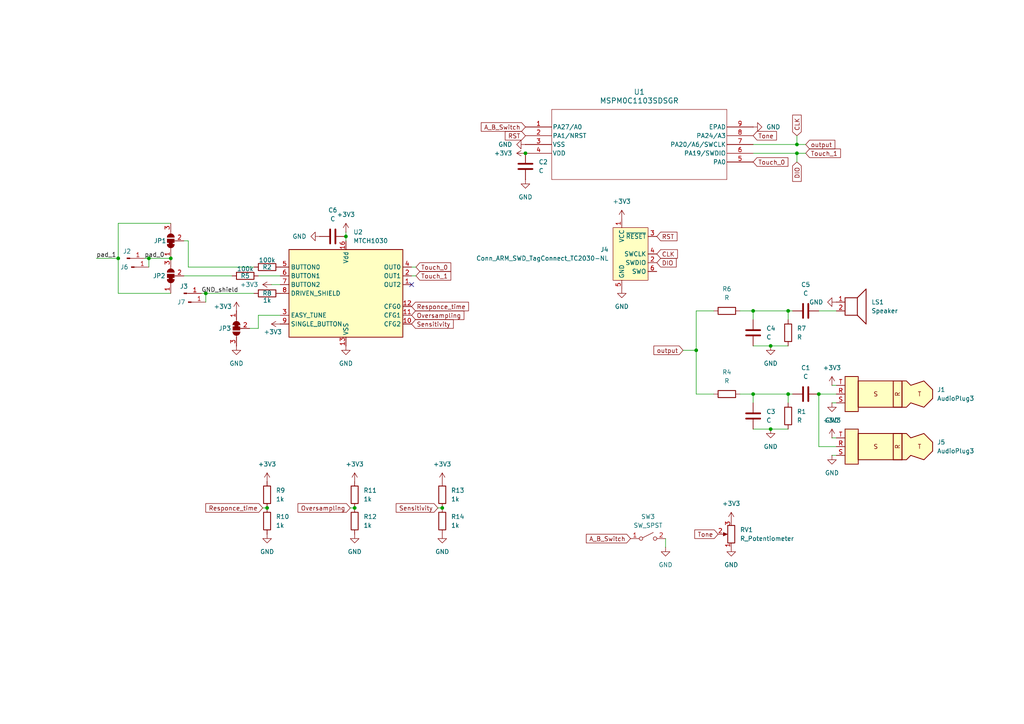
<source format=kicad_sch>
(kicad_sch (version 20250114) (generator "eeschema") (generator_version "9.0")
  (paper "A4")
  (lib_symbols
    (symbol "Connector:Conn_01x01_Pin" (pin_names (offset 1.016) (hide yes))
      (property "Reference" "J" (at 0 2.54 0))
      (property "Value" "Conn_01x01_Pin" (at 0 -2.54 0))
      (symbol "Conn_01x01_Pin_1_1"
        (rectangle (start 0.8636 0.127) (end 0 -0.127) (stroke (width 0.1524)) (fill (type outline)))
        (polyline (pts (xy 1.27 0) (xy 0.8636 0)) (stroke (width 0.1524)))
        (pin passive line (at 5.08 0 180) (length 3.81) (name "Pin_1") (number "1"))
      )
    )
    (symbol "Connector:Conn_ARM_SWD_TagConnect_TC2030-NL" (in_bom no)
      (property "Reference" "J" (at 2.54 11.43 0))
      (property "Value" "Conn_ARM_SWD_TagConnect_TC2030-NL" (at 2.54 8.89 0))
      (symbol "Conn_ARM_SWD_TagConnect_TC2030-NL_0_0"
        (pin power_in line (at -2.54 10.16 270) (length 2.54) (name "VCC") (number "1"))
        (pin power_in line (at -2.54 -10.16 90) (length 2.54) (name "GND") (number "5"))
        (pin open_collector line (at 7.62 5.08 180) (length 2.54) (name "~{RESET}") (number "3"))
        (pin output line (at 7.62 0 180) (length 2.54) (name "SWCLK") (number "4"))
        (pin bidirectional line (at 7.62 -2.54 180) (length 2.54) (name "SWDIO") (number "2"))
        (pin input line (at 7.62 -5.08 180) (length 2.54) (name "SWO") (number "6"))
      )
      (symbol "Conn_ARM_SWD_TagConnect_TC2030-NL_0_1"
        (rectangle (start -5.08 7.62) (end 5.08 -7.62) (fill (type background)))
      )
    )
    (symbol "Connector_Audio:AudioPlug3"
      (property "Reference" "J" (at 1.27 6.35 0))
      (property "Value" "AudioPlug3" (at 1.27 -6.35 0))
      (symbol "AudioPlug3_0_0"
        (text "R" (at -2.54 0 900) (effects (font (size 1.27 1.27))))
      )
      (symbol "AudioPlug3_0_1"
        (rectangle (start -3.81 3.81) (end -1.27 -3.81) (stroke (width 0.254)))
        (rectangle (start -1.27 -1.27) (end -1.27 -1.27))
      )
      (symbol "AudioPlug3_1_0"
        (text "T" (at -8.89 0 0) (effects (font (size 1.27 1.27))))
        (text "S" (at 3.81 0 0) (effects (font (size 1.27 1.27))))
      )
      (symbol "AudioPlug3_1_1"
        (rectangle (start -3.81 3.81) (end 8.89 -3.81) (stroke (width 0.254)) (fill (type background)))
        (polyline (pts (xy -3.81 3.81) (xy -5.08 3.81) (xy -6.35 2.54) (xy -10.16 3.81) (xy -12.7 1.27) (xy -12.7 -1.27) (xy -10.16 -3.81) (xy -6.35 -2.54) (xy -5.08 -3.81) (xy -3.81 -3.81) (xy -3.81 3.81)) (stroke (width 0.254)) (fill (type background)))
        (rectangle (start 12.7 5.08) (end 8.89 -5.08) (stroke (width 0.254)) (fill (type background)))
        (pin passive line (at 15.24 2.54 180) (length 2.54) (name "~") (number "S"))
        (pin passive line (at 15.24 0 180) (length 2.54) (name "~") (number "R"))
        (pin passive line (at 15.24 -2.54 180) (length 2.54) (name "~") (number "T"))
      )
    )
    (symbol "Device:C" (pin_numbers (hide yes)) (pin_names (offset 0.254))
      (property "Reference" "C" (at 0.635 2.54 0))
      (property "Value" "C" (at 0.635 -2.54 0))
      (symbol "C_0_1"
        (polyline (pts (xy -2.032 0.762) (xy 2.032 0.762)) (stroke (width 0.508)))
        (polyline (pts (xy -2.032 -0.762) (xy 2.032 -0.762)) (stroke (width 0.508)))
      )
      (symbol "C_1_1"
        (pin passive line (at 0 3.81 270) (length 2.794) (name "~") (number "1"))
        (pin passive line (at 0 -3.81 90) (length 2.794) (name "~") (number "2"))
      )
    )
    (symbol "Device:R" (pin_numbers (hide yes)) (pin_names (offset 0))
      (property "Reference" "R" (at 2.032 0 90))
      (property "Value" "R" (at 0 0 90))
      (symbol "R_0_1"
        (rectangle (start -1.016 -2.54) (end 1.016 2.54) (stroke (width 0.254)))
      )
      (symbol "R_1_1"
        (pin passive line (at 0 3.81 270) (length 1.27) (name "~") (number "1"))
        (pin passive line (at 0 -3.81 90) (length 1.27) (name "~") (number "2"))
      )
    )
    (symbol "Device:R_Potentiometer" (pin_names (offset 1.016) (hide yes))
      (property "Reference" "RV" (at -4.445 0 90))
      (property "Value" "R_Potentiometer" (at -2.54 0 90))
      (symbol "R_Potentiometer_0_1"
        (rectangle (start 1.016 2.54) (end -1.016 -2.54) (stroke (width 0.254)))
        (polyline (pts (xy 1.143 0) (xy 2.286 0.508) (xy 2.286 -0.508) (xy 1.143 0)) (fill (type outline)))
        (polyline (pts (xy 2.54 0) (xy 1.524 0)))
      )
      (symbol "R_Potentiometer_1_1"
        (pin passive line (at 0 3.81 270) (length 1.27) (name "1") (number "1"))
        (pin passive line (at 0 -3.81 90) (length 1.27) (name "3") (number "3"))
        (pin passive line (at 3.81 0 180) (length 1.27) (name "2") (number "2"))
      )
    )
    (symbol "Device:Speaker" (pin_names (offset 0) (hide yes))
      (property "Reference" "LS" (at 1.27 5.715 0))
      (property "Value" "Speaker" (at 1.27 3.81 0))
      (symbol "Speaker_0_0"
        (rectangle (start -2.54 1.27) (end 1.016 -3.81) (stroke (width 0.254)))
        (polyline (pts (xy 1.016 1.27) (xy 3.556 3.81) (xy 3.556 -6.35) (xy 1.016 -3.81)) (stroke (width 0.254)))
      )
      (symbol "Speaker_1_1"
        (pin input line (at -5.08 0 0) (length 2.54) (name "1") (number "1"))
        (pin input line (at -5.08 -2.54 0) (length 2.54) (name "2") (number "2"))
      )
    )
    (symbol "Jumper:SolderJumper_3_Bridged12" (pin_names (offset 0) (hide yes)) (in_bom no)
      (property "Reference" "JP" (at -2.54 -2.54 0))
      (property "Value" "SolderJumper_3_Bridged12" (at 0 2.794 0))
      (symbol "SolderJumper_3_Bridged12_0_1"
        (polyline (pts (xy -2.54 0) (xy -2.032 0)))
        (polyline (pts (xy -1.016 1.016) (xy -1.016 -1.016)))
        (rectangle (start -1.016 0.508) (end -0.508 -0.508) (fill (type outline)))
        (arc (start -1.016 -1.016) (mid -2.0276 0) (end -1.016 1.016))
        (arc (start -1.016 -1.016) (mid -2.0276 0) (end -1.016 1.016) (fill (type outline)))
        (rectangle (start -0.508 1.016) (end 0.508 -1.016) (fill (type outline)))
        (polyline (pts (xy 0 -1.27) (xy 0 -1.016)))
        (arc (start 1.016 1.016) (mid 2.0276 0) (end 1.016 -1.016))
        (arc (start 1.016 1.016) (mid 2.0276 0) (end 1.016 -1.016) (fill (type outline)))
        (polyline (pts (xy 1.016 1.016) (xy 1.016 -1.016)))
        (polyline (pts (xy 2.54 0) (xy 2.032 0)))
      )
      (symbol "SolderJumper_3_Bridged12_1_1"
        (pin passive line (at -5.08 0 0) (length 2.54) (name "A") (number "1"))
        (pin passive line (at 0 -3.81 90) (length 2.54) (name "C") (number "2"))
        (pin passive line (at 5.08 0 180) (length 2.54) (name "B") (number "3"))
      )
    )
    (symbol "Library:MSPM0C1103SDSGR" (pin_names (offset 0.254))
      (property "Reference" "U" (at 33.02 10.16 0))
      (property "Value" "MSPM0C1103SDSGR" (at 33.02 7.62 0))
      (symbol "MSPM0C1103SDSGR_0_1"
        (polyline (pts (xy 7.62 5.08) (xy 7.62 -15.24)) (stroke (width 0.127)))
        (polyline (pts (xy 7.62 -15.24) (xy 58.42 -15.24)) (stroke (width 0.127)))
        (polyline (pts (xy 58.42 5.08) (xy 7.62 5.08)) (stroke (width 0.127)))
        (polyline (pts (xy 58.42 -15.24) (xy 58.42 5.08)) (stroke (width 0.127)))
        (pin bidirectional line (at 0 0 0) (length 7.62) (name "PA27/A0") (number "1"))
        (pin bidirectional line (at 0 -2.54 0) (length 7.62) (name "PA1/NRST") (number "2"))
        (pin power_in line (at 0 -5.08 0) (length 7.62) (name "VSS") (number "3"))
        (pin power_in line (at 0 -7.62 0) (length 7.62) (name "VDD") (number "4"))
        (pin power_out line (at 66.04 0 180) (length 7.62) (name "EPAD") (number "9"))
        (pin bidirectional line (at 66.04 -2.54 180) (length 7.62) (name "PA24/A3") (number "8"))
        (pin bidirectional line (at 66.04 -5.08 180) (length 7.62) (name "PA20/A6/SWCLK") (number "7"))
        (pin bidirectional line (at 66.04 -7.62 180) (length 7.62) (name "PA19/SWDIO") (number "6"))
        (pin bidirectional line (at 66.04 -10.16 180) (length 7.62) (name "PA0") (number "5"))
      )
    )
    (symbol "Library:MTCH1030"
      (property "Reference" "U" (at 0 0 0))
      (property "Value" "MTCH1030" (at 0 0 0))
      (symbol "MTCH1030_0_1"
        (rectangle (start -16.51 12.7) (end 16.51 -12.7) (stroke (width 0.254)) (fill (type background)))
      )
      (symbol "MTCH1030_1_1"
        (pin input line (at -19.05 7.62 0) (length 2.54) (name "BUTTON0") (number "5"))
        (pin input line (at -19.05 5.08 0) (length 2.54) (name "BUTTON1") (number "6"))
        (pin input line (at -19.05 2.54 0) (length 2.54) (name "BUTTON2") (number "7"))
        (pin output line (at -19.05 0 0) (length 2.54) (name "DRIVEN_SHIELD") (number "8"))
        (pin input line (at -19.05 -6.35 0) (length 2.54) (name "EASY_TUNE") (number "3"))
        (pin input line (at -19.05 -8.89 0) (length 2.54) (name "SINGLE_BUTTON") (number "9"))
        (pin power_in line (at 0 15.24 270) (length 2.54) (name "Vdd") (number "16"))
        (pin power_in line (at 0 -15.24 90) (length 2.54) (name "VSS") (number "13"))
        (pin output line (at 19.05 7.62 180) (length 2.54) (name "OUT0") (number "4"))
        (pin output line (at 19.05 5.08 180) (length 2.54) (name "OUT1") (number "2"))
        (pin output line (at 19.05 2.54 180) (length 2.54) (name "OUT2") (number "1"))
        (pin input line (at 19.05 -3.81 180) (length 2.54) (name "CFG0") (number "12"))
        (pin input line (at 19.05 -6.35 180) (length 2.54) (name "CFG1") (number "11"))
        (pin input line (at 19.05 -8.89 180) (length 2.54) (name "CFG2") (number "10"))
      )
    )
    (symbol "Switch:SW_SPST" (pin_names (offset 0) (hide yes))
      (property "Reference" "SW" (at 0 3.175 0))
      (property "Value" "SW_SPST" (at 0 -2.54 0))
      (symbol "SW_SPST_0_0"
        (circle (center -2.032 0) (radius 0.508))
        (polyline (pts (xy -1.524 0.254) (xy 1.524 1.778)))
        (circle (center 2.032 0) (radius 0.508))
      )
      (symbol "SW_SPST_1_1"
        (pin passive line (at -5.08 0 0) (length 2.54) (name "A") (number "1"))
        (pin passive line (at 5.08 0 180) (length 2.54) (name "B") (number "2"))
      )
    )
    (symbol "power:+3V3" (power) (pin_numbers (hide yes)) (pin_names (offset 0) (hide yes))
      (property "Value" "+3V3" (at 0 3.556 0))
      (symbol "+3V3_0_1"
        (polyline (pts (xy -0.762 1.27) (xy 0 2.54)))
        (polyline (pts (xy 0 2.54) (xy 0.762 1.27)))
        (polyline (pts (xy 0 0) (xy 0 2.54)))
      )
      (symbol "+3V3_1_1"
        (pin power_in line (at 0 0 90) (length 0) (name "~") (number "1"))
      )
    )
    (symbol "power:GND" (power) (pin_numbers (hide yes)) (pin_names (offset 0) (hide yes))
      (property "Value" "GND" (at 0 -3.81 0))
      (symbol "GND_0_1"
        (polyline (pts (xy 0 0) (xy 0 -1.27) (xy 1.27 -1.27) (xy 0 -2.54) (xy -1.27 -1.27) (xy 0 -1.27)))
      )
      (symbol "GND_1_1"
        (pin power_in line (at 0 0 270) (length 0) (name "~") (number "1"))
      )
    )
  )
  (junction (at 223.52 124.46))
  (junction (at 49.53 74.93))
  (junction (at 237.49 114.3))
  (junction (at 77.47 147.32))
  (junction (at 231.14 44.45))
  (junction (at 100.33 68.58))
  (junction (at 59.69 85.09))
  (junction (at 201.93 101.6))
  (junction (at 228.6 114.3))
  (junction (at 34.29 74.93))
  (junction (at 102.87 147.32))
  (junction (at 218.44 114.3))
  (junction (at 152.4 44.45))
  (junction (at 128.27 147.32))
  (junction (at 218.44 90.17))
  (junction (at 231.14 41.91))
  (junction (at 43.18 74.93))
  (junction (at 228.6 90.17))
  (junction (at 223.52 100.33))
  (no_connect (at 119.38 82.55))
  (wire (pts (xy 242.57 129.54) (xy 237.49 129.54)))
  (wire (pts (xy 201.93 90.17) (xy 201.93 101.6)))
  (wire (pts (xy 74.93 91.44) (xy 81.28 91.44)))
  (wire (pts (xy 228.6 116.84) (xy 228.6 114.3)))
  (wire (pts (xy 198.12 101.6) (xy 201.93 101.6)))
  (wire (pts (xy 218.44 44.45) (xy 231.14 44.45)))
  (wire (pts (xy 53.34 80.01) (xy 67.31 80.01)))
  (wire (pts (xy 100.33 67.31) (xy 100.33 68.58)))
  (wire (pts (xy 229.87 114.3) (xy 228.6 114.3)))
  (wire (pts (xy 49.53 64.77) (xy 34.29 64.77)))
  (wire (pts (xy 231.14 41.91) (xy 233.68 41.91)))
  (wire (pts (xy 53.34 69.85) (xy 54.61 69.85)))
  (wire (pts (xy 231.14 39.37) (xy 231.14 41.91)))
  (wire (pts (xy 231.14 44.45) (xy 231.14 46.99)))
  (wire (pts (xy 193.04 156.21) (xy 193.04 158.75)))
  (wire (pts (xy 218.44 90.17) (xy 228.6 90.17)))
  (wire (pts (xy 59.69 85.09) (xy 59.69 87.63)))
  (wire (pts (xy 120.65 77.47) (xy 119.38 77.47)))
  (wire (pts (xy 201.93 90.17) (xy 207.01 90.17)))
  (wire (pts (xy 100.33 68.58) (xy 100.33 69.85)))
  (wire (pts (xy 201.93 101.6) (xy 201.93 114.3)))
  (wire (pts (xy 241.3 127) (xy 242.57 127)))
  (wire (pts (xy 43.18 77.47) (xy 43.18 74.93)))
  (wire (pts (xy 41.91 74.93) (xy 43.18 74.93)))
  (wire (pts (xy 201.93 114.3) (xy 207.01 114.3)))
  (wire (pts (xy 228.6 92.71) (xy 228.6 90.17)))
  (wire (pts (xy 72.39 95.25) (xy 74.93 95.25)))
  (wire (pts (xy 241.3 111.76) (xy 242.57 111.76)))
  (wire (pts (xy 237.49 129.54) (xy 237.49 114.3)))
  (wire (pts (xy 120.65 80.01) (xy 119.38 80.01)))
  (wire (pts (xy 231.14 44.45) (xy 233.68 44.45)))
  (wire (pts (xy 223.52 100.33) (xy 228.6 100.33)))
  (wire (pts (xy 228.6 90.17) (xy 229.87 90.17)))
  (wire (pts (xy 218.44 124.46) (xy 223.52 124.46)))
  (wire (pts (xy 237.49 90.17) (xy 242.57 90.17)))
  (wire (pts (xy 54.61 69.85) (xy 54.61 77.47)))
  (wire (pts (xy 34.29 64.77) (xy 34.29 74.93)))
  (wire (pts (xy 76.2 147.32) (xy 77.47 147.32)))
  (wire (pts (xy 59.69 85.09) (xy 73.66 85.09)))
  (wire (pts (xy 241.3 116.84) (xy 242.57 116.84)))
  (wire (pts (xy 242.57 114.3) (xy 237.49 114.3)))
  (wire (pts (xy 27.94 74.93) (xy 34.29 74.93)))
  (wire (pts (xy 223.52 124.46) (xy 228.6 124.46)))
  (wire (pts (xy 43.18 74.93) (xy 49.53 74.93)))
  (wire (pts (xy 74.93 80.01) (xy 81.28 80.01)))
  (wire (pts (xy 218.44 114.3) (xy 228.6 114.3)))
  (wire (pts (xy 218.44 90.17) (xy 218.44 92.71)))
  (wire (pts (xy 49.53 85.09) (xy 34.29 85.09)))
  (wire (pts (xy 214.63 90.17) (xy 218.44 90.17)))
  (wire (pts (xy 127 147.32) (xy 128.27 147.32)))
  (wire (pts (xy 34.29 74.93) (xy 34.29 85.09)))
  (wire (pts (xy 241.3 132.08) (xy 242.57 132.08)))
  (wire (pts (xy 74.93 95.25) (xy 74.93 91.44)))
  (wire (pts (xy 218.44 114.3) (xy 218.44 116.84)))
  (wire (pts (xy 214.63 114.3) (xy 218.44 114.3)))
  (wire (pts (xy 218.44 100.33) (xy 223.52 100.33)))
  (wire (pts (xy 218.44 41.91) (xy 231.14 41.91)))
  (wire (pts (xy 78.74 82.55) (xy 81.28 82.55)))
  (wire (pts (xy 54.61 77.47) (xy 73.66 77.47)))
  (wire (pts (xy 58.42 85.09) (xy 59.69 85.09)))
  (wire (pts (xy 101.6 147.32) (xy 102.87 147.32)))
  (label "GND_shield" (at 58.42 85.09 0))
  (label "pad_1" (at 27.94 74.93 0))
  (label "pad_0" (at 41.91 74.93 0))
  (global_label "output" (shape input) (at 233.68 41.91 0) (property "Intersheetrefs" "${INTERSHEET_REFS}" (effects (hide yes))))
  (global_label "RST" (shape input) (at 152.4 39.37 180) (property "Intersheetrefs" "${INTERSHEET_REFS}" (effects (hide yes))))
  (global_label "DIO" (shape input) (at 190.5 76.2 0) (property "Intersheetrefs" "${INTERSHEET_REFS}" (effects (hide yes))))
  (global_label "Responce_time" (shape input) (at 76.2 147.32 180) (property "Intersheetrefs" "${INTERSHEET_REFS}" (effects (hide yes))))
  (global_label "Responce_time" (shape input) (at 119.38 88.9 0) (property "Intersheetrefs" "${INTERSHEET_REFS}" (effects (hide yes))))
  (global_label "A_B_Switch" (shape input) (at 152.4 36.83 180) (property "Intersheetrefs" "${INTERSHEET_REFS}" (effects (hide yes))))
  (global_label "Sensitivity" (shape input) (at 119.38 93.98 0) (property "Intersheetrefs" "${INTERSHEET_REFS}" (effects (hide yes))))
  (global_label "output" (shape input) (at 198.12 101.6 180) (property "Intersheetrefs" "${INTERSHEET_REFS}" (effects (hide yes))))
  (global_label "Sensitivity" (shape input) (at 127 147.32 180) (property "Intersheetrefs" "${INTERSHEET_REFS}" (effects (hide yes))))
  (global_label "CLK" (shape input) (at 190.5 73.66 0) (property "Intersheetrefs" "${INTERSHEET_REFS}" (effects (hide yes))))
  (global_label "Oversampling" (shape input) (at 119.38 91.44 0) (property "Intersheetrefs" "${INTERSHEET_REFS}" (effects (hide yes))))
  (global_label "RST" (shape input) (at 190.5 68.58 0) (property "Intersheetrefs" "${INTERSHEET_REFS}" (effects (hide yes))))
  (global_label "A_B_Switch" (shape input) (at 182.88 156.21 180) (property "Intersheetrefs" "${INTERSHEET_REFS}" (effects (hide yes))))
  (global_label "Touch_1" (shape input) (at 233.68 44.45 0) (property "Intersheetrefs" "${INTERSHEET_REFS}" (effects (hide yes))))
  (global_label "Touch_0" (shape input) (at 218.44 46.99 0) (property "Intersheetrefs" "${INTERSHEET_REFS}" (effects (hide yes))))
  (global_label "DIO" (shape input) (at 231.14 46.99 270) (property "Intersheetrefs" "${INTERSHEET_REFS}" (effects (hide yes))))
  (global_label "Touch_0" (shape input) (at 120.65 77.47 0) (property "Intersheetrefs" "${INTERSHEET_REFS}" (effects (hide yes))))
  (global_label "Tone" (shape input) (at 208.28 154.94 180) (property "Intersheetrefs" "${INTERSHEET_REFS}" (effects (hide yes))))
  (global_label "Oversampling" (shape input) (at 101.6 147.32 180) (property "Intersheetrefs" "${INTERSHEET_REFS}" (effects (hide yes))))
  (global_label "CLK" (shape input) (at 231.14 39.37 90) (property "Intersheetrefs" "${INTERSHEET_REFS}" (effects (hide yes))))
  (global_label "Touch_1" (shape input) (at 120.65 80.01 0) (property "Intersheetrefs" "${INTERSHEET_REFS}" (effects (hide yes))))
  (global_label "Tone" (shape input) (at 218.44 39.37 0) (property "Intersheetrefs" "${INTERSHEET_REFS}" (effects (hide yes))))
  (symbol (lib_id "Device:C") (at 96.52 68.58 90) (unit 1)
    (property "Reference" "C6" (at 96.52 60.96 90))
    (property "Value" "C" (at 96.52 63.5 90))
    (property "Footprint" "footprints:C_0402_1005Metric_Density_C" (effects (hide yes)))
    (property "Description" "Unpolarized capacitor" (effects (hide yes)))
  )
  (symbol (lib_id "power:+3V3") (at 102.87 139.7 0) (unit 1)
    (property "Reference" "#PWR024" (effects (hide yes)))
    (property "Value" "+3V3" (at 102.87 134.62 0))
    (property "Description" "Power symbol creates a global label with name \"+3V3\"" (effects (hide yes)))
  )
  (symbol (lib_id "Device:C") (at 218.44 96.52 0) (unit 1)
    (property "Reference" "C4" (at 222.25 95.2499 0) (effects (justify left)))
    (property "Value" "C" (at 222.25 97.7899 0) (effects (justify left)))
    (property "Footprint" "footprints:C_0402_1005Metric_Density_C" (effects (hide yes)))
    (property "Description" "Unpolarized capacitor" (effects (hide yes)))
  )
  (symbol (lib_id "Connector_Audio:AudioPlug3") (at 257.81 129.54 180) (unit 1)
    (property "Reference" "J5" (at 271.78 128.2699 0) (effects (justify right)))
    (property "Value" "AudioPlug3" (at 271.78 130.8099 0) (effects (justify right)))
    (property "Footprint" "footprints:3.5 mm plug 4 pin" (effects (hide yes)))
    (property "Description" "Audio Jack, 3 Poles (Stereo / TRS)" (effects (hide yes)))
  )
  (symbol (lib_id "power:+3V3") (at 180.34 63.5 0) (unit 1)
    (property "Reference" "#PWR027" (effects (hide yes)))
    (property "Value" "+3V3" (at 180.34 58.42 0))
    (property "Description" "Power symbol creates a global label with name \"+3V3\"" (effects (hide yes)))
  )
  (symbol (lib_id "power:GND") (at 152.4 41.91 270) (unit 1)
    (property "Reference" "#PWR04" (effects (hide yes)))
    (property "Value" "GND" (at 148.59 41.9099 90) (effects (justify right)))
    (property "Description" "Power symbol creates a global label with name \"GND\" , ground" (effects (hide yes)))
  )
  (symbol (lib_id "Device:C") (at 218.44 120.65 0) (unit 1)
    (property "Reference" "C3" (at 222.25 119.3799 0) (effects (justify left)))
    (property "Value" "C" (at 222.25 121.9199 0) (effects (justify left)))
    (property "Footprint" "footprints:C_0402_1005Metric_Density_C" (effects (hide yes)))
    (property "Description" "Unpolarized capacitor" (effects (hide yes)))
  )
  (symbol (lib_id "power:+3V3") (at 152.4 44.45 90) (unit 1)
    (property "Reference" "#PWR03" (effects (hide yes)))
    (property "Value" "+3V3" (at 148.59 44.4499 90) (effects (justify left)))
    (property "Description" "Power symbol creates a global label with name \"+3V3\"" (effects (hide yes)))
  )
  (symbol (lib_id "power:+3V3") (at 100.33 67.31 0) (unit 1)
    (property "Reference" "#PWR013" (effects (hide yes)))
    (property "Value" "+3V3" (at 100.33 62.23 0))
    (property "Description" "Power symbol creates a global label with name \"+3V3\"" (effects (hide yes)))
  )
  (symbol (lib_id "Device:R") (at 77.47 151.13 180) (unit 1)
    (property "Reference" "R10" (at 80.01 149.8599 0) (effects (justify right)))
    (property "Value" "1k" (at 80.01 152.3999 0) (effects (justify right)))
    (property "Footprint" "footprints:R_0402_1005Metric_Density_C" (effects (hide yes)))
    (property "Description" "Resistor" (effects (hide yes)))
  )
  (symbol (lib_id "Library:MSPM0C1103SDSGR") (at 152.4 36.83 0) (unit 1)
    (property "Reference" "U1" (at 185.42 26.67 0) (effects (font (size 1.524 1.524))))
    (property "Value" "MSPM0C1103SDSGR" (at 185.42 29.21 0) (effects (font (size 1.524 1.524))))
    (property "Footprint" "footprints:DSG0008A_TEX" (effects (hide yes)))
    (property "Datasheet" "https://www.ti.com/lit/gpn/mspm0c1103" (effects (hide yes)))
  )
  (symbol (lib_id "power:GND") (at 223.52 124.46 0) (unit 1)
    (property "Reference" "#PWR07" (effects (hide yes)))
    (property "Value" "GND" (at 223.52 129.54 0))
    (property "Description" "Power symbol creates a global label with name \"GND\" , ground" (effects (hide yes)))
  )
  (symbol (lib_id "Device:R") (at 77.47 77.47 90) (unit 1)
    (property "Reference" "R2" (at 77.47 77.47 90))
    (property "Value" "100k" (at 77.47 75.438 90))
    (property "Footprint" "footprints:R_0402_1005Metric_Density_C" (effects (hide yes)))
    (property "Description" "Resistor" (effects (hide yes)))
  )
  (symbol (lib_id "Connector:Conn_01x01_Pin") (at 53.34 85.09 0) (unit 1)
    (property "Reference" "J3" (at 53.34 83.058 0))
    (property "Value" "Conn_01x01_Pin" (effects (hide yes)))
    (property "Footprint" "footprints:Header_spacer" (effects (hide yes)))
    (property "Description" "Generic connector, single row, 01x01, script generated" (effects (hide yes)))
  )
  (symbol (lib_id "Connector:Conn_ARM_SWD_TagConnect_TC2030-NL") (at 182.88 73.66 0) (unit 1) (in_bom no)
    (property "Reference" "J4" (at 176.53 72.3899 0) (effects (justify right)))
    (property "Value" "Conn_ARM_SWD_TagConnect_TC2030-NL" (at 176.53 74.9299 0) (effects (justify right)))
    (property "Footprint" "Connector:Tag-Connect_TC2030-IDC-NL_2x03_P1.27mm_Vertical" (effects (hide yes)))
    (property "Datasheet" "https://www.tag-connect.com/wp-content/uploads/bsk-pdf-manager/TC2030-CTX_1.pdf" (effects (hide yes)))
    (property "Description" "Tag-Connect ARM Cortex SWD JTAG connector, 6 pin, no legs" (effects (hide yes)))
  )
  (symbol (lib_id "power:+3V3") (at 81.28 93.98 90) (unit 1)
    (property "Reference" "#PWR014" (effects (hide yes)))
    (property "Value" "+3V3" (at 81.788 96.266 90) (effects (justify left)))
    (property "Description" "Power symbol creates a global label with name \"+3V3\"" (effects (hide yes)))
  )
  (symbol (lib_id "power:GND") (at 241.3 132.08 0) (unit 1)
    (property "Reference" "#PWR029" (effects (hide yes)))
    (property "Value" "GND" (at 241.3 137.16 0))
    (property "Description" "Power symbol creates a global label with name \"GND\" , ground" (effects (hide yes)))
  )
  (symbol (lib_id "Library:MTCH1030") (at 100.33 85.09 0) (unit 1)
    (property "Reference" "U2" (at 102.4733 67.31 0) (effects (justify left)))
    (property "Value" "MTCH1030" (at 102.4733 69.85 0) (effects (justify left)))
    (property "Footprint" "Package_DFN_QFN:VQFN-16-1EP_3x3mm_P0.5mm_EP1.1x1.1mm" (effects (hide yes)))
    (property "Datasheet" "https://ww1.microchip.com/downloads/aemDocuments/documents/MCU08/ProductDocuments/DataSheets/MTCH1030-DataSheet-DS40002457.pdf" (effects (hide yes)))
  )
  (symbol (lib_id "Device:R") (at 102.87 151.13 180) (unit 1)
    (property "Reference" "R12" (at 105.41 149.8599 0) (effects (justify right)))
    (property "Value" "1k" (at 105.41 152.3999 0) (effects (justify right)))
    (property "Footprint" "footprints:R_0402_1005Metric_Density_C" (effects (hide yes)))
    (property "Description" "Resistor" (effects (hide yes)))
  )
  (symbol (lib_id "Device:C") (at 152.4 48.26 0) (unit 1)
    (property "Reference" "C2" (at 156.21 46.9899 0) (effects (justify left)))
    (property "Value" "C" (at 156.21 49.5299 0) (effects (justify left)))
    (property "Footprint" "footprints:C_0402_1005Metric_Density_C" (effects (hide yes)))
    (property "Description" "Unpolarized capacitor" (effects (hide yes)))
  )
  (symbol (lib_id "Connector_Audio:AudioPlug3") (at 257.81 114.3 180) (unit 1)
    (property "Reference" "J1" (at 271.78 113.0299 0) (effects (justify right)))
    (property "Value" "AudioPlug3" (at 271.78 115.5699 0) (effects (justify right)))
    (property "Footprint" "footprints:3.5 mm plug 4 pin" (effects (hide yes)))
    (property "Description" "Audio Jack, 3 Poles (Stereo / TRS)" (effects (hide yes)))
  )
  (symbol (lib_id "power:+3V3") (at 78.74 82.55 90) (unit 1)
    (property "Reference" "#PWR016" (effects (hide yes)))
    (property "Value" "+3V3" (at 74.93 82.5499 90) (effects (justify left)))
    (property "Description" "Power symbol creates a global label with name \"+3V3\"" (effects (hide yes)))
  )
  (symbol (lib_id "power:GND") (at 100.33 100.33 0) (unit 1)
    (property "Reference" "#PWR019" (effects (hide yes)))
    (property "Value" "GND" (at 100.33 105.41 0))
    (property "Description" "Power symbol creates a global label with name \"GND\" , ground" (effects (hide yes)))
  )
  (symbol (lib_id "Jumper:SolderJumper_3_Bridged12") (at 49.53 69.85 90) (unit 1) (in_bom no)
    (property "Reference" "JP1" (at 48.26 69.85 90) (effects (justify left)))
    (property "Value" "SolderJumper_3_Bridged12" (effects (hide yes)))
    (property "Footprint" "Jumper:SolderJumper-3_P1.3mm_Bridged12_RoundedPad1.0x1.5mm" (effects (hide yes)))
    (property "Description" "3-pole Solder Jumper, pins 1+2 closed/bridged" (effects (hide yes)))
  )
  (symbol (lib_id "power:+3V3") (at 212.09 151.13 0) (unit 1)
    (property "Reference" "#PWR011" (effects (hide yes)))
    (property "Value" "+3V3" (at 212.09 146.05 0))
    (property "Description" "Power symbol creates a global label with name \"+3V3\"" (effects (hide yes)))
  )
  (symbol (lib_id "power:GND") (at 241.3 116.84 0) (unit 1)
    (property "Reference" "#PWR02" (effects (hide yes)))
    (property "Value" "GND" (at 241.3 121.92 0))
    (property "Description" "Power symbol creates a global label with name \"GND\" , ground" (effects (hide yes)))
  )
  (symbol (lib_id "power:GND") (at 128.27 154.94 0) (unit 1)
    (property "Reference" "#PWR022" (effects (hide yes)))
    (property "Value" "GND" (at 128.27 160.02 0))
    (property "Description" "Power symbol creates a global label with name \"GND\" , ground" (effects (hide yes)))
  )
  (symbol (lib_id "Device:R") (at 210.82 90.17 90) (unit 1)
    (property "Reference" "R6" (at 210.82 83.82 90))
    (property "Value" "R" (at 210.82 86.36 90))
    (property "Footprint" "footprints:R_0402_1005Metric_Density_C" (effects (hide yes)))
    (property "Description" "Resistor" (effects (hide yes)))
  )
  (symbol (lib_id "power:GND") (at 152.4 52.07 0) (unit 1)
    (property "Reference" "#PWR05" (effects (hide yes)))
    (property "Value" "GND" (at 152.4 57.15 0))
    (property "Description" "Power symbol creates a global label with name \"GND\" , ground" (effects (hide yes)))
  )
  (symbol (lib_id "power:GND") (at 180.34 83.82 0) (unit 1)
    (property "Reference" "#PWR026" (effects (hide yes)))
    (property "Value" "GND" (at 180.34 88.9 0))
    (property "Description" "Power symbol creates a global label with name \"GND\" , ground" (effects (hide yes)))
  )
  (symbol (lib_id "Jumper:SolderJumper_3_Bridged12") (at 49.53 80.01 90) (unit 1) (in_bom no)
    (property "Reference" "JP2" (at 48.006 80.01 90) (effects (justify left)))
    (property "Value" "SolderJumper_3_Bridged12" (effects (hide yes)))
    (property "Footprint" "Jumper:SolderJumper-3_P1.3mm_Bridged12_RoundedPad1.0x1.5mm" (effects (hide yes)))
    (property "Description" "3-pole Solder Jumper, pins 1+2 closed/bridged" (effects (hide yes)))
  )
  (symbol (lib_id "Device:C") (at 233.68 114.3 270) (unit 1)
    (property "Reference" "C1" (at 233.68 106.68 90))
    (property "Value" "C" (at 233.68 109.22 90))
    (property "Footprint" "footprints:C_0402_1005Metric_Density_C" (effects (hide yes)))
    (property "Description" "Unpolarized capacitor" (effects (hide yes)))
  )
  (symbol (lib_id "power:GND") (at 68.58 100.33 0) (unit 1)
    (property "Reference" "#PWR018" (effects (hide yes)))
    (property "Value" "GND" (at 68.58 105.41 0))
    (property "Description" "Power symbol creates a global label with name \"GND\" , ground" (effects (hide yes)))
  )
  (symbol (lib_id "Device:R_Potentiometer") (at 212.09 154.94 180) (unit 1)
    (property "Reference" "RV1" (at 214.63 153.6699 0) (effects (justify right)))
    (property "Value" "R_Potentiometer" (at 214.63 156.2099 0) (effects (justify right)))
    (property "Footprint" "footprints:Thumb Pot" (effects (hide yes)))
    (property "Description" "Potentiometer" (effects (hide yes)))
  )
  (symbol (lib_id "power:GND") (at 102.87 154.94 0) (unit 1)
    (property "Reference" "#PWR021" (effects (hide yes)))
    (property "Value" "GND" (at 102.87 160.02 0))
    (property "Description" "Power symbol creates a global label with name \"GND\" , ground" (effects (hide yes)))
  )
  (symbol (lib_id "Device:C") (at 233.68 90.17 270) (unit 1)
    (property "Reference" "C5" (at 233.68 82.55 90))
    (property "Value" "C" (at 233.68 85.09 90))
    (property "Footprint" "footprints:C_0402_1005Metric_Density_C" (effects (hide yes)))
    (property "Description" "Unpolarized capacitor" (effects (hide yes)))
  )
  (symbol (lib_id "power:GND") (at 223.52 100.33 0) (unit 1)
    (property "Reference" "#PWR09" (effects (hide yes)))
    (property "Value" "GND" (at 223.52 105.41 0))
    (property "Description" "Power symbol creates a global label with name \"GND\" , ground" (effects (hide yes)))
  )
  (symbol (lib_id "power:+3V3") (at 241.3 111.76 0) (unit 1)
    (property "Reference" "#PWR01" (effects (hide yes)))
    (property "Value" "+3V3" (at 241.3 106.68 0))
    (property "Description" "Power symbol creates a global label with name \"+3V3\"" (effects (hide yes)))
  )
  (symbol (lib_id "Connector:Conn_01x01_Pin") (at 38.1 77.47 0) (unit 1)
    (property "Reference" "J6" (at 36.068 77.47 0))
    (property "Value" "Conn_01x01_Pin" (effects (hide yes)))
    (property "Footprint" "footprints:Header_spacer" (effects (hide yes)))
    (property "Description" "Generic connector, single row, 01x01, script generated" (effects (hide yes)))
  )
  (symbol (lib_id "power:GND") (at 193.04 158.75 0) (unit 1)
    (property "Reference" "#PWR012" (effects (hide yes)))
    (property "Value" "GND" (at 193.04 163.83 0))
    (property "Description" "Power symbol creates a global label with name \"GND\" , ground" (effects (hide yes)))
  )
  (symbol (lib_id "power:GND") (at 242.57 87.63 270) (unit 1)
    (property "Reference" "#PWR08" (effects (hide yes)))
    (property "Value" "GND" (at 238.76 87.6299 90) (effects (justify right)))
    (property "Description" "Power symbol creates a global label with name \"GND\" , ground" (effects (hide yes)))
  )
  (symbol (lib_id "Connector:Conn_01x01_Pin") (at 54.61 87.63 0) (unit 1)
    (property "Reference" "J7" (at 52.578 87.63 0))
    (property "Value" "Conn_01x01_Pin" (effects (hide yes)))
    (property "Footprint" "footprints:Header_spacer" (effects (hide yes)))
    (property "Description" "Generic connector, single row, 01x01, script generated" (effects (hide yes)))
  )
  (symbol (lib_id "power:GND") (at 77.47 154.94 0) (unit 1)
    (property "Reference" "#PWR020" (effects (hide yes)))
    (property "Value" "GND" (at 77.47 160.02 0))
    (property "Description" "Power symbol creates a global label with name \"GND\" , ground" (effects (hide yes)))
  )
  (symbol (lib_id "power:+3V3") (at 128.27 139.7 0) (unit 1)
    (property "Reference" "#PWR025" (effects (hide yes)))
    (property "Value" "+3V3" (at 128.27 134.62 0))
    (property "Description" "Power symbol creates a global label with name \"+3V3\"" (effects (hide yes)))
  )
  (symbol (lib_id "Device:R") (at 128.27 151.13 180) (unit 1)
    (property "Reference" "R14" (at 130.81 149.8599 0) (effects (justify right)))
    (property "Value" "1k" (at 130.81 152.3999 0) (effects (justify right)))
    (property "Footprint" "footprints:R_0402_1005Metric_Density_C" (effects (hide yes)))
    (property "Description" "Resistor" (effects (hide yes)))
  )
  (symbol (lib_id "Device:R") (at 71.12 80.01 90) (unit 1)
    (property "Reference" "R5" (at 71.12 80.01 90))
    (property "Value" "100k" (at 71.12 77.978 90))
    (property "Footprint" "footprints:R_0402_1005Metric_Density_C" (effects (hide yes)))
    (property "Description" "Resistor" (effects (hide yes)))
  )
  (symbol (lib_id "Device:R") (at 228.6 120.65 0) (unit 1)
    (property "Reference" "R1" (at 231.14 119.3799 0) (effects (justify left)))
    (property "Value" "R" (at 231.14 121.9199 0) (effects (justify left)))
    (property "Footprint" "footprints:R_0402_1005Metric_Density_C" (effects (hide yes)))
    (property "Description" "Resistor" (effects (hide yes)))
  )
  (symbol (lib_id "power:GND") (at 218.44 36.83 90) (unit 1)
    (property "Reference" "#PWR06" (effects (hide yes)))
    (property "Value" "GND" (at 222.25 36.8299 90) (effects (justify right)))
    (property "Description" "Power symbol creates a global label with name \"GND\" , ground" (effects (hide yes)))
  )
  (symbol (lib_id "Device:Speaker") (at 247.65 87.63 0) (unit 1)
    (property "Reference" "LS1" (at 252.73 87.6299 0) (effects (justify left)))
    (property "Value" "Speaker" (at 252.73 90.1699 0) (effects (justify left)))
    (property "Footprint" "footprints:OWR-061220LA-32" (effects (hide yes)))
    (property "Description" "Speaker" (effects (hide yes)))
  )
  (symbol (lib_id "Connector:Conn_01x01_Pin") (at 36.83 74.93 0) (unit 1)
    (property "Reference" "J2" (at 36.83 72.898 0))
    (property "Value" "Conn_01x01_Pin" (effects (hide yes)))
    (property "Footprint" "footprints:Header_spacer" (effects (hide yes)))
    (property "Description" "Generic connector, single row, 01x01, script generated" (effects (hide yes)))
  )
  (symbol (lib_id "power:GND") (at 92.71 68.58 270) (unit 1)
    (property "Reference" "#PWR015" (effects (hide yes)))
    (property "Value" "GND" (at 88.9 68.5799 90) (effects (justify right)))
    (property "Description" "Power symbol creates a global label with name \"GND\" , ground" (effects (hide yes)))
  )
  (symbol (lib_id "Jumper:SolderJumper_3_Bridged12") (at 68.58 95.25 90) (mirror x) (unit 1) (in_bom no)
    (property "Reference" "JP3" (at 67.056 95.25 90) (effects (justify left)))
    (property "Value" "SolderJumper_3_Bridged12" (effects (hide yes)))
    (property "Footprint" "Jumper:SolderJumper-3_P1.3mm_Bridged12_RoundedPad1.0x1.5mm" (effects (hide yes)))
    (property "Description" "3-pole Solder Jumper, pins 1+2 closed/bridged" (effects (hide yes)))
  )
  (symbol (lib_id "power:+3V3") (at 241.3 127 0) (unit 1)
    (property "Reference" "#PWR028" (effects (hide yes)))
    (property "Value" "+3V3" (at 241.3 121.92 0))
    (property "Description" "Power symbol creates a global label with name \"+3V3\"" (effects (hide yes)))
  )
  (symbol (lib_id "Device:R") (at 210.82 114.3 90) (unit 1)
    (property "Reference" "R4" (at 210.82 107.95 90))
    (property "Value" "R" (at 210.82 110.49 90))
    (property "Footprint" "footprints:R_0402_1005Metric_Density_C" (effects (hide yes)))
    (property "Description" "Resistor" (effects (hide yes)))
  )
  (symbol (lib_id "Device:R") (at 77.47 143.51 180) (unit 1)
    (property "Reference" "R9" (at 80.01 142.2399 0) (effects (justify right)))
    (property "Value" "1k" (at 80.01 144.7799 0) (effects (justify right)))
    (property "Footprint" "footprints:R_0402_1005Metric_Density_C" (effects (hide yes)))
    (property "Description" "Resistor" (effects (hide yes)))
  )
  (symbol (lib_id "Device:R") (at 128.27 143.51 180) (unit 1)
    (property "Reference" "R13" (at 130.81 142.2399 0) (effects (justify right)))
    (property "Value" "1k" (at 130.81 144.7799 0) (effects (justify right)))
    (property "Footprint" "footprints:R_0402_1005Metric_Density_C" (effects (hide yes)))
    (property "Description" "Resistor" (effects (hide yes)))
  )
  (symbol (lib_id "Switch:SW_SPST") (at 187.96 156.21 0) (unit 1)
    (property "Reference" "SW3" (at 187.96 149.86 0))
    (property "Value" "SW_SPST" (at 187.96 152.4 0))
    (property "Footprint" "footprints:CFS-0102TA" (effects (hide yes)))
    (property "Description" "Single Pole Single Throw (SPST) switch" (effects (hide yes)))
  )
  (symbol (lib_id "power:GND") (at 212.09 158.75 0) (unit 1)
    (property "Reference" "#PWR010" (effects (hide yes)))
    (property "Value" "GND" (at 212.09 163.83 0))
    (property "Description" "Power symbol creates a global label with name \"GND\" , ground" (effects (hide yes)))
  )
  (symbol (lib_id "Device:R") (at 102.87 143.51 180) (unit 1)
    (property "Reference" "R11" (at 105.41 142.2399 0) (effects (justify right)))
    (property "Value" "1k" (at 105.41 144.7799 0) (effects (justify right)))
    (property "Footprint" "footprints:R_0402_1005Metric_Density_C" (effects (hide yes)))
    (property "Description" "Resistor" (effects (hide yes)))
  )
  (symbol (lib_id "power:+3V3") (at 68.58 90.17 0) (unit 1)
    (property "Reference" "#PWR017" (effects (hide yes)))
    (property "Value" "+3V3" (at 61.976 88.9 0) (effects (justify left)))
    (property "Description" "Power symbol creates a global label with name \"+3V3\"" (effects (hide yes)))
  )
  (symbol (lib_id "Device:R") (at 77.47 85.09 90) (unit 1)
    (property "Reference" "R8" (at 77.47 85.09 90))
    (property "Value" "1k" (at 77.47 87.122 90))
    (property "Footprint" "footprints:R_0402_1005Metric_Density_C" (effects (hide yes)))
    (property "Description" "Resistor" (effects (hide yes)))
  )
  (symbol (lib_id "power:+3V3") (at 77.47 139.7 0) (unit 1)
    (property "Reference" "#PWR023" (effects (hide yes)))
    (property "Value" "+3V3" (at 77.47 134.62 0))
    (property "Description" "Power symbol creates a global label with name \"+3V3\"" (effects (hide yes)))
  )
  (symbol (lib_id "Device:R") (at 228.6 96.52 0) (unit 1)
    (property "Reference" "R7" (at 231.14 95.2499 0) (effects (justify left)))
    (property "Value" "R" (at 231.14 97.7899 0) (effects (justify left)))
    (property "Footprint" "footprints:R_0402_1005Metric_Density_C" (effects (hide yes)))
    (property "Description" "Resistor" (effects (hide yes)))
  )
)
</source>
